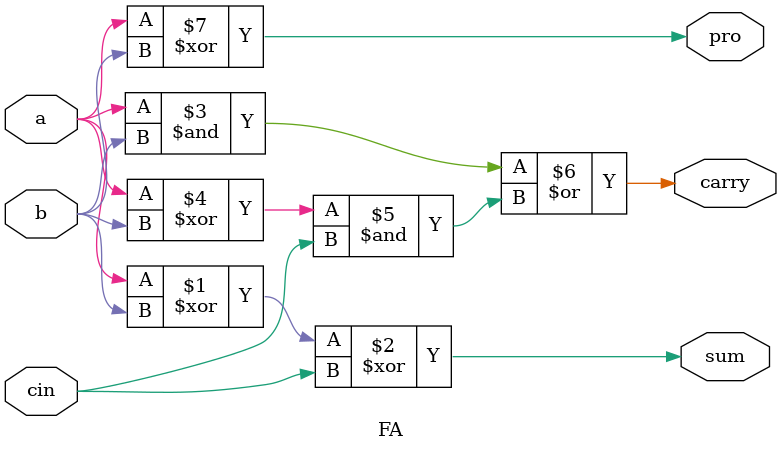
<source format=v>
`timescale 1ns / 1ps

module CSA(
    input [7:0] a,b,
    input cin,
    output [7:0] s,
    output Cout
    );
    wire [7:0] c,p;
    wire carry_mux1, carry_mux3, carry_mux5;

    FA f1(a[0], b[0], cin, s[0], c[0], p[0]);
    FA f2(a[1], b[1], c[0], s[1], c[1], p[1]);

    assign carry_mux1 = (p[0] & p[1]) ? cin : c[1];

    FA f3(a[2], b[2], carry_mux1, s[2], c[2], p[2]);
    FA f4(a[3], b[3], c[2], s[3], c[3], p[3]);

    assign carry_mux3 = (p[2] & p[3]) ? carry_mux1 : c[3];

    FA f5(a[4], b[4], carry_mux3, s[4], c[4], p[4]);
    FA f6(a[5], b[5], c[4], s[5], c[5], p[5]);

    assign carry_mux5 = (p[4] & p[5]) ? carry_mux3 : c[5];

    FA f7(a[6], b[6], carry_mux5, s[6], c[6], p[6]);
    FA f8(a[7], b[7], c[6], s[7], c[7], p[7]);

    assign Cout = (p[6] & p[7]) ? carry_mux5 : c[7];
endmodule

module FA(input a,b,cin,output sum,carry,pro);
    assign sum = a ^ b ^ cin;
    assign carry = (a & b) | ((a ^ b) & cin);
    assign pro = a ^ b;
endmodule




</source>
